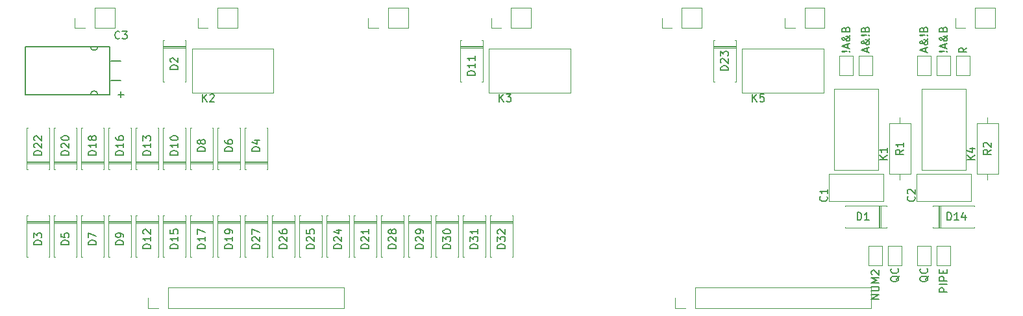
<source format=gto>
G04 #@! TF.FileFunction,Legend,Top*
%FSLAX46Y46*%
G04 Gerber Fmt 4.6, Leading zero omitted, Abs format (unit mm)*
G04 Created by KiCad (PCBNEW 4.0.4+e1-6308~48~ubuntu16.04.1-stable) date Mon Jan 22 22:00:05 2018*
%MOMM*%
%LPD*%
G01*
G04 APERTURE LIST*
%ADD10C,0.100000*%
%ADD11C,0.150000*%
%ADD12C,0.120000*%
%ADD13C,0.200000*%
%ADD14C,0.030000*%
G04 APERTURE END LIST*
D10*
D11*
X222702381Y-139374381D02*
X221702381Y-139374381D01*
X221702381Y-138993428D01*
X221750000Y-138898190D01*
X221797619Y-138850571D01*
X221892857Y-138802952D01*
X222035714Y-138802952D01*
X222130952Y-138850571D01*
X222178571Y-138898190D01*
X222226190Y-138993428D01*
X222226190Y-139374381D01*
X222702381Y-138374381D02*
X221702381Y-138374381D01*
X222702381Y-137898191D02*
X221702381Y-137898191D01*
X221702381Y-137517238D01*
X221750000Y-137422000D01*
X221797619Y-137374381D01*
X221892857Y-137326762D01*
X222035714Y-137326762D01*
X222130952Y-137374381D01*
X222178571Y-137422000D01*
X222226190Y-137517238D01*
X222226190Y-137898191D01*
X222178571Y-136898191D02*
X222178571Y-136564857D01*
X222702381Y-136422000D02*
X222702381Y-136898191D01*
X221702381Y-136898191D01*
X221702381Y-136422000D01*
X220257619Y-137279047D02*
X220210000Y-137374285D01*
X220114762Y-137469523D01*
X219971905Y-137612380D01*
X219924286Y-137707619D01*
X219924286Y-137802857D01*
X220162381Y-137755238D02*
X220114762Y-137850476D01*
X220019524Y-137945714D01*
X219829048Y-137993333D01*
X219495714Y-137993333D01*
X219305238Y-137945714D01*
X219210000Y-137850476D01*
X219162381Y-137755238D01*
X219162381Y-137564761D01*
X219210000Y-137469523D01*
X219305238Y-137374285D01*
X219495714Y-137326666D01*
X219829048Y-137326666D01*
X220019524Y-137374285D01*
X220114762Y-137469523D01*
X220162381Y-137564761D01*
X220162381Y-137755238D01*
X220067143Y-136326666D02*
X220114762Y-136374285D01*
X220162381Y-136517142D01*
X220162381Y-136612380D01*
X220114762Y-136755238D01*
X220019524Y-136850476D01*
X219924286Y-136898095D01*
X219733810Y-136945714D01*
X219590952Y-136945714D01*
X219400476Y-136898095D01*
X219305238Y-136850476D01*
X219210000Y-136755238D01*
X219162381Y-136612380D01*
X219162381Y-136517142D01*
X219210000Y-136374285D01*
X219257619Y-136326666D01*
X213812381Y-140287143D02*
X212812381Y-140287143D01*
X213812381Y-139715714D01*
X212812381Y-139715714D01*
X212812381Y-139239524D02*
X213621905Y-139239524D01*
X213717143Y-139191905D01*
X213764762Y-139144286D01*
X213812381Y-139049048D01*
X213812381Y-138858571D01*
X213764762Y-138763333D01*
X213717143Y-138715714D01*
X213621905Y-138668095D01*
X212812381Y-138668095D01*
X213812381Y-138191905D02*
X212812381Y-138191905D01*
X213526667Y-137858571D01*
X212812381Y-137525238D01*
X213812381Y-137525238D01*
X212907619Y-137096667D02*
X212860000Y-137049048D01*
X212812381Y-136953810D01*
X212812381Y-136715714D01*
X212860000Y-136620476D01*
X212907619Y-136572857D01*
X213002857Y-136525238D01*
X213098095Y-136525238D01*
X213240952Y-136572857D01*
X213812381Y-137144286D01*
X213812381Y-136525238D01*
X216447619Y-137279047D02*
X216400000Y-137374285D01*
X216304762Y-137469523D01*
X216161905Y-137612380D01*
X216114286Y-137707619D01*
X216114286Y-137802857D01*
X216352381Y-137755238D02*
X216304762Y-137850476D01*
X216209524Y-137945714D01*
X216019048Y-137993333D01*
X215685714Y-137993333D01*
X215495238Y-137945714D01*
X215400000Y-137850476D01*
X215352381Y-137755238D01*
X215352381Y-137564761D01*
X215400000Y-137469523D01*
X215495238Y-137374285D01*
X215685714Y-137326666D01*
X216019048Y-137326666D01*
X216209524Y-137374285D01*
X216304762Y-137469523D01*
X216352381Y-137564761D01*
X216352381Y-137755238D01*
X216257143Y-136326666D02*
X216304762Y-136374285D01*
X216352381Y-136517142D01*
X216352381Y-136612380D01*
X216304762Y-136755238D01*
X216209524Y-136850476D01*
X216114286Y-136898095D01*
X215923810Y-136945714D01*
X215780952Y-136945714D01*
X215590476Y-136898095D01*
X215495238Y-136850476D01*
X215400000Y-136755238D01*
X215352381Y-136612380D01*
X215352381Y-136517142D01*
X215400000Y-136374285D01*
X215447619Y-136326666D01*
X225242381Y-107513476D02*
X224766190Y-107846810D01*
X225242381Y-108084905D02*
X224242381Y-108084905D01*
X224242381Y-107703952D01*
X224290000Y-107608714D01*
X224337619Y-107561095D01*
X224432857Y-107513476D01*
X224575714Y-107513476D01*
X224670952Y-107561095D01*
X224718571Y-107608714D01*
X224766190Y-107703952D01*
X224766190Y-108084905D01*
X222607143Y-107973619D02*
X222654762Y-107926000D01*
X222702381Y-107973619D01*
X222654762Y-108021238D01*
X222607143Y-107973619D01*
X222702381Y-107973619D01*
X222321429Y-107973619D02*
X221750000Y-108021238D01*
X221702381Y-107973619D01*
X221750000Y-107926000D01*
X222321429Y-107973619D01*
X221702381Y-107973619D01*
X222416667Y-107545048D02*
X222416667Y-107068857D01*
X222702381Y-107640286D02*
X221702381Y-107306953D01*
X222702381Y-106973619D01*
X222702381Y-105830762D02*
X222702381Y-105878381D01*
X222654762Y-105973619D01*
X222511905Y-106116476D01*
X222226190Y-106354571D01*
X222083333Y-106449810D01*
X221940476Y-106497429D01*
X221845238Y-106497429D01*
X221750000Y-106449810D01*
X221702381Y-106354571D01*
X221702381Y-106306952D01*
X221750000Y-106211714D01*
X221845238Y-106164095D01*
X221892857Y-106164095D01*
X221988095Y-106211714D01*
X222035714Y-106259333D01*
X222226190Y-106545048D01*
X222273810Y-106592667D01*
X222369048Y-106640286D01*
X222511905Y-106640286D01*
X222607143Y-106592667D01*
X222654762Y-106545048D01*
X222702381Y-106449810D01*
X222702381Y-106306952D01*
X222654762Y-106211714D01*
X222607143Y-106164095D01*
X222416667Y-106021238D01*
X222273810Y-105973619D01*
X222178571Y-105973619D01*
X222178571Y-105068857D02*
X222226190Y-104926000D01*
X222273810Y-104878381D01*
X222369048Y-104830762D01*
X222511905Y-104830762D01*
X222607143Y-104878381D01*
X222654762Y-104926000D01*
X222702381Y-105021238D01*
X222702381Y-105402191D01*
X221702381Y-105402191D01*
X221702381Y-105068857D01*
X221750000Y-104973619D01*
X221797619Y-104926000D01*
X221892857Y-104878381D01*
X221988095Y-104878381D01*
X222083333Y-104926000D01*
X222130952Y-104973619D01*
X222178571Y-105068857D01*
X222178571Y-105402191D01*
X219876667Y-108021238D02*
X219876667Y-107545047D01*
X220162381Y-108116476D02*
X219162381Y-107783143D01*
X220162381Y-107449809D01*
X220162381Y-106306952D02*
X220162381Y-106354571D01*
X220114762Y-106449809D01*
X219971905Y-106592666D01*
X219686190Y-106830761D01*
X219543333Y-106926000D01*
X219400476Y-106973619D01*
X219305238Y-106973619D01*
X219210000Y-106926000D01*
X219162381Y-106830761D01*
X219162381Y-106783142D01*
X219210000Y-106687904D01*
X219305238Y-106640285D01*
X219352857Y-106640285D01*
X219448095Y-106687904D01*
X219495714Y-106735523D01*
X219686190Y-107021238D01*
X219733810Y-107068857D01*
X219829048Y-107116476D01*
X219971905Y-107116476D01*
X220067143Y-107068857D01*
X220114762Y-107021238D01*
X220162381Y-106926000D01*
X220162381Y-106783142D01*
X220114762Y-106687904D01*
X220067143Y-106640285D01*
X219876667Y-106497428D01*
X219733810Y-106449809D01*
X219638571Y-106449809D01*
X220067143Y-105878381D02*
X220114762Y-105830762D01*
X220162381Y-105878381D01*
X220114762Y-105926000D01*
X220067143Y-105878381D01*
X220162381Y-105878381D01*
X219781429Y-105878381D02*
X219210000Y-105926000D01*
X219162381Y-105878381D01*
X219210000Y-105830762D01*
X219781429Y-105878381D01*
X219162381Y-105878381D01*
X219638571Y-105068857D02*
X219686190Y-104926000D01*
X219733810Y-104878381D01*
X219829048Y-104830762D01*
X219971905Y-104830762D01*
X220067143Y-104878381D01*
X220114762Y-104926000D01*
X220162381Y-105021238D01*
X220162381Y-105402191D01*
X219162381Y-105402191D01*
X219162381Y-105068857D01*
X219210000Y-104973619D01*
X219257619Y-104926000D01*
X219352857Y-104878381D01*
X219448095Y-104878381D01*
X219543333Y-104926000D01*
X219590952Y-104973619D01*
X219638571Y-105068857D01*
X219638571Y-105402191D01*
X209907143Y-107973619D02*
X209954762Y-107926000D01*
X210002381Y-107973619D01*
X209954762Y-108021238D01*
X209907143Y-107973619D01*
X210002381Y-107973619D01*
X209621429Y-107973619D02*
X209050000Y-108021238D01*
X209002381Y-107973619D01*
X209050000Y-107926000D01*
X209621429Y-107973619D01*
X209002381Y-107973619D01*
X209716667Y-107545048D02*
X209716667Y-107068857D01*
X210002381Y-107640286D02*
X209002381Y-107306953D01*
X210002381Y-106973619D01*
X210002381Y-105830762D02*
X210002381Y-105878381D01*
X209954762Y-105973619D01*
X209811905Y-106116476D01*
X209526190Y-106354571D01*
X209383333Y-106449810D01*
X209240476Y-106497429D01*
X209145238Y-106497429D01*
X209050000Y-106449810D01*
X209002381Y-106354571D01*
X209002381Y-106306952D01*
X209050000Y-106211714D01*
X209145238Y-106164095D01*
X209192857Y-106164095D01*
X209288095Y-106211714D01*
X209335714Y-106259333D01*
X209526190Y-106545048D01*
X209573810Y-106592667D01*
X209669048Y-106640286D01*
X209811905Y-106640286D01*
X209907143Y-106592667D01*
X209954762Y-106545048D01*
X210002381Y-106449810D01*
X210002381Y-106306952D01*
X209954762Y-106211714D01*
X209907143Y-106164095D01*
X209716667Y-106021238D01*
X209573810Y-105973619D01*
X209478571Y-105973619D01*
X209478571Y-105068857D02*
X209526190Y-104926000D01*
X209573810Y-104878381D01*
X209669048Y-104830762D01*
X209811905Y-104830762D01*
X209907143Y-104878381D01*
X209954762Y-104926000D01*
X210002381Y-105021238D01*
X210002381Y-105402191D01*
X209002381Y-105402191D01*
X209002381Y-105068857D01*
X209050000Y-104973619D01*
X209097619Y-104926000D01*
X209192857Y-104878381D01*
X209288095Y-104878381D01*
X209383333Y-104926000D01*
X209430952Y-104973619D01*
X209478571Y-105068857D01*
X209478571Y-105402191D01*
X212256667Y-108021238D02*
X212256667Y-107545047D01*
X212542381Y-108116476D02*
X211542381Y-107783143D01*
X212542381Y-107449809D01*
X212542381Y-106306952D02*
X212542381Y-106354571D01*
X212494762Y-106449809D01*
X212351905Y-106592666D01*
X212066190Y-106830761D01*
X211923333Y-106926000D01*
X211780476Y-106973619D01*
X211685238Y-106973619D01*
X211590000Y-106926000D01*
X211542381Y-106830761D01*
X211542381Y-106783142D01*
X211590000Y-106687904D01*
X211685238Y-106640285D01*
X211732857Y-106640285D01*
X211828095Y-106687904D01*
X211875714Y-106735523D01*
X212066190Y-107021238D01*
X212113810Y-107068857D01*
X212209048Y-107116476D01*
X212351905Y-107116476D01*
X212447143Y-107068857D01*
X212494762Y-107021238D01*
X212542381Y-106926000D01*
X212542381Y-106783142D01*
X212494762Y-106687904D01*
X212447143Y-106640285D01*
X212256667Y-106497428D01*
X212113810Y-106449809D01*
X212018571Y-106449809D01*
X212447143Y-105878381D02*
X212494762Y-105830762D01*
X212542381Y-105878381D01*
X212494762Y-105926000D01*
X212447143Y-105878381D01*
X212542381Y-105878381D01*
X212161429Y-105878381D02*
X211590000Y-105926000D01*
X211542381Y-105878381D01*
X211590000Y-105830762D01*
X212161429Y-105878381D01*
X211542381Y-105878381D01*
X212018571Y-105068857D02*
X212066190Y-104926000D01*
X212113810Y-104878381D01*
X212209048Y-104830762D01*
X212351905Y-104830762D01*
X212447143Y-104878381D01*
X212494762Y-104926000D01*
X212542381Y-105021238D01*
X212542381Y-105402191D01*
X211542381Y-105402191D01*
X211542381Y-105068857D01*
X211590000Y-104973619D01*
X211637619Y-104926000D01*
X211732857Y-104878381D01*
X211828095Y-104878381D01*
X211923333Y-104926000D01*
X211970952Y-104973619D01*
X212018571Y-105068857D01*
X212018571Y-105402191D01*
D12*
X217905000Y-117380000D02*
X215165000Y-117380000D01*
X215165000Y-117380000D02*
X215165000Y-123920000D01*
X215165000Y-123920000D02*
X217905000Y-123920000D01*
X217905000Y-123920000D02*
X217905000Y-117380000D01*
X216535000Y-116610000D02*
X216535000Y-117380000D01*
X216535000Y-124690000D02*
X216535000Y-123920000D01*
X144010000Y-141460000D02*
X144010000Y-138800000D01*
X121090000Y-141460000D02*
X144010000Y-141460000D01*
X121090000Y-138800000D02*
X144010000Y-138800000D01*
X121090000Y-141460000D02*
X121090000Y-138800000D01*
X119820000Y-141460000D02*
X118490000Y-141460000D01*
X118490000Y-141460000D02*
X118490000Y-140130000D01*
X212760000Y-141460000D02*
X212760000Y-138800000D01*
X189840000Y-141460000D02*
X212760000Y-141460000D01*
X189840000Y-138800000D02*
X212760000Y-138800000D01*
X189840000Y-141460000D02*
X189840000Y-138800000D01*
X188570000Y-141460000D02*
X187240000Y-141460000D01*
X187240000Y-141460000D02*
X187240000Y-140130000D01*
X216790000Y-135890000D02*
X216790000Y-133350000D01*
X215010000Y-133350000D02*
X215010000Y-135890000D01*
X215010000Y-133350000D02*
X216790000Y-133350000D01*
X216790000Y-135890000D02*
X215010000Y-135890000D01*
X212980000Y-111125000D02*
X212980000Y-108585000D01*
X211200000Y-108585000D02*
X211200000Y-111125000D01*
X211200000Y-108585000D02*
X212980000Y-108585000D01*
X212980000Y-111125000D02*
X211200000Y-111125000D01*
X214250000Y-135890000D02*
X214250000Y-133350000D01*
X212470000Y-133350000D02*
X212470000Y-135890000D01*
X212470000Y-133350000D02*
X214250000Y-133350000D01*
X214250000Y-135890000D02*
X212470000Y-135890000D01*
X210440000Y-111125000D02*
X210440000Y-108585000D01*
X208660000Y-108585000D02*
X208660000Y-111125000D01*
X208660000Y-108585000D02*
X210440000Y-108585000D01*
X210440000Y-111125000D02*
X208660000Y-111125000D01*
X220600000Y-135890000D02*
X220600000Y-133350000D01*
X218820000Y-133350000D02*
X218820000Y-135890000D01*
X218820000Y-133350000D02*
X220600000Y-133350000D01*
X220600000Y-135890000D02*
X218820000Y-135890000D01*
X220600000Y-111125000D02*
X220600000Y-108585000D01*
X218820000Y-108585000D02*
X218820000Y-111125000D01*
X218820000Y-108585000D02*
X220600000Y-108585000D01*
X220600000Y-111125000D02*
X218820000Y-111125000D01*
X223140000Y-135890000D02*
X223140000Y-133350000D01*
X221360000Y-133350000D02*
X221360000Y-135890000D01*
X221360000Y-133350000D02*
X223140000Y-133350000D01*
X223140000Y-135890000D02*
X221360000Y-135890000D01*
X223140000Y-111125000D02*
X223140000Y-108585000D01*
X221360000Y-108585000D02*
X221360000Y-111125000D01*
X221360000Y-108585000D02*
X223140000Y-108585000D01*
X223140000Y-111125000D02*
X221360000Y-111125000D01*
X225680000Y-111125000D02*
X225680000Y-108585000D01*
X223900000Y-108585000D02*
X223900000Y-111125000D01*
X223900000Y-108585000D02*
X225680000Y-108585000D01*
X225680000Y-111125000D02*
X223900000Y-111125000D01*
X229335000Y-117380000D02*
X226595000Y-117380000D01*
X226595000Y-117380000D02*
X226595000Y-123920000D01*
X226595000Y-123920000D02*
X229335000Y-123920000D01*
X229335000Y-123920000D02*
X229335000Y-117380000D01*
X227965000Y-116610000D02*
X227965000Y-117380000D01*
X227965000Y-124690000D02*
X227965000Y-123920000D01*
X214420000Y-127540000D02*
X207300000Y-127540000D01*
X214420000Y-123920000D02*
X207300000Y-123920000D01*
X214420000Y-127540000D02*
X214420000Y-123920000D01*
X207300000Y-127540000D02*
X207300000Y-123920000D01*
X225850000Y-127540000D02*
X218730000Y-127540000D01*
X225850000Y-123920000D02*
X218730000Y-123920000D01*
X225850000Y-127540000D02*
X225850000Y-123920000D01*
X218730000Y-127540000D02*
X218730000Y-123920000D01*
X114120000Y-104950000D02*
X114120000Y-102290000D01*
X111520000Y-104950000D02*
X114120000Y-104950000D01*
X111520000Y-102290000D02*
X114120000Y-102290000D01*
X111520000Y-104950000D02*
X111520000Y-102290000D01*
X110250000Y-104950000D02*
X108920000Y-104950000D01*
X108920000Y-104950000D02*
X108920000Y-103620000D01*
X130150000Y-104950000D02*
X130150000Y-102290000D01*
X127550000Y-104950000D02*
X130150000Y-104950000D01*
X127550000Y-102290000D02*
X130150000Y-102290000D01*
X127550000Y-104950000D02*
X127550000Y-102290000D01*
X126280000Y-104950000D02*
X124950000Y-104950000D01*
X124950000Y-104950000D02*
X124950000Y-103620000D01*
X168430000Y-104950000D02*
X168430000Y-102290000D01*
X165830000Y-104950000D02*
X168430000Y-104950000D01*
X165830000Y-102290000D02*
X168430000Y-102290000D01*
X165830000Y-104950000D02*
X165830000Y-102290000D01*
X164560000Y-104950000D02*
X163230000Y-104950000D01*
X163230000Y-104950000D02*
X163230000Y-103620000D01*
X206710000Y-104950000D02*
X206710000Y-102290000D01*
X204110000Y-104950000D02*
X206710000Y-104950000D01*
X204110000Y-102290000D02*
X206710000Y-102290000D01*
X204110000Y-104950000D02*
X204110000Y-102290000D01*
X202840000Y-104950000D02*
X201510000Y-104950000D01*
X201510000Y-104950000D02*
X201510000Y-103620000D01*
X152400000Y-104950000D02*
X152400000Y-102290000D01*
X149800000Y-104950000D02*
X152400000Y-104950000D01*
X149800000Y-102290000D02*
X152400000Y-102290000D01*
X149800000Y-104950000D02*
X149800000Y-102290000D01*
X148530000Y-104950000D02*
X147200000Y-104950000D01*
X147200000Y-104950000D02*
X147200000Y-103620000D01*
X190680000Y-104950000D02*
X190680000Y-102290000D01*
X188080000Y-104950000D02*
X190680000Y-104950000D01*
X188080000Y-102290000D02*
X190680000Y-102290000D01*
X188080000Y-104950000D02*
X188080000Y-102290000D01*
X186810000Y-104950000D02*
X185480000Y-104950000D01*
X185480000Y-104950000D02*
X185480000Y-103620000D01*
X228960000Y-104950000D02*
X228960000Y-102290000D01*
X226360000Y-104950000D02*
X228960000Y-104950000D01*
X226360000Y-102290000D02*
X228960000Y-102290000D01*
X226360000Y-104950000D02*
X226360000Y-102290000D01*
X225090000Y-104950000D02*
X223760000Y-104950000D01*
X223760000Y-104950000D02*
X223760000Y-103620000D01*
X214810000Y-130880000D02*
X214810000Y-131010000D01*
X214810000Y-131010000D02*
X209370000Y-131010000D01*
X209370000Y-131010000D02*
X209370000Y-130880000D01*
X214810000Y-128200000D02*
X214810000Y-128070000D01*
X214810000Y-128070000D02*
X209370000Y-128070000D01*
X209370000Y-128070000D02*
X209370000Y-128200000D01*
X213910000Y-131010000D02*
X213910000Y-128070000D01*
X213790000Y-131010000D02*
X213790000Y-128070000D01*
X214030000Y-131010000D02*
X214030000Y-128070000D01*
X123260000Y-106500000D02*
X123390000Y-106500000D01*
X123390000Y-106500000D02*
X123390000Y-111940000D01*
X123390000Y-111940000D02*
X123260000Y-111940000D01*
X120580000Y-106500000D02*
X120450000Y-106500000D01*
X120450000Y-106500000D02*
X120450000Y-111940000D01*
X120450000Y-111940000D02*
X120580000Y-111940000D01*
X123390000Y-107400000D02*
X120450000Y-107400000D01*
X123390000Y-107520000D02*
X120450000Y-107520000D01*
X123390000Y-107280000D02*
X120450000Y-107280000D01*
X105480000Y-129360000D02*
X105610000Y-129360000D01*
X105610000Y-129360000D02*
X105610000Y-134800000D01*
X105610000Y-134800000D02*
X105480000Y-134800000D01*
X102800000Y-129360000D02*
X102670000Y-129360000D01*
X102670000Y-129360000D02*
X102670000Y-134800000D01*
X102670000Y-134800000D02*
X102800000Y-134800000D01*
X105610000Y-130260000D02*
X102670000Y-130260000D01*
X105610000Y-130380000D02*
X102670000Y-130380000D01*
X105610000Y-130140000D02*
X102670000Y-130140000D01*
X131248000Y-123370000D02*
X131118000Y-123370000D01*
X131118000Y-123370000D02*
X131118000Y-117930000D01*
X131118000Y-117930000D02*
X131248000Y-117930000D01*
X133928000Y-123370000D02*
X134058000Y-123370000D01*
X134058000Y-123370000D02*
X134058000Y-117930000D01*
X134058000Y-117930000D02*
X133928000Y-117930000D01*
X131118000Y-122470000D02*
X134058000Y-122470000D01*
X131118000Y-122350000D02*
X134058000Y-122350000D01*
X131118000Y-122590000D02*
X134058000Y-122590000D01*
X109036000Y-129360000D02*
X109166000Y-129360000D01*
X109166000Y-129360000D02*
X109166000Y-134800000D01*
X109166000Y-134800000D02*
X109036000Y-134800000D01*
X106356000Y-129360000D02*
X106226000Y-129360000D01*
X106226000Y-129360000D02*
X106226000Y-134800000D01*
X106226000Y-134800000D02*
X106356000Y-134800000D01*
X109166000Y-130260000D02*
X106226000Y-130260000D01*
X109166000Y-130380000D02*
X106226000Y-130380000D01*
X109166000Y-130140000D02*
X106226000Y-130140000D01*
X127692000Y-123370000D02*
X127562000Y-123370000D01*
X127562000Y-123370000D02*
X127562000Y-117930000D01*
X127562000Y-117930000D02*
X127692000Y-117930000D01*
X130372000Y-123370000D02*
X130502000Y-123370000D01*
X130502000Y-123370000D02*
X130502000Y-117930000D01*
X130502000Y-117930000D02*
X130372000Y-117930000D01*
X127562000Y-122470000D02*
X130502000Y-122470000D01*
X127562000Y-122350000D02*
X130502000Y-122350000D01*
X127562000Y-122590000D02*
X130502000Y-122590000D01*
X112592000Y-129360000D02*
X112722000Y-129360000D01*
X112722000Y-129360000D02*
X112722000Y-134800000D01*
X112722000Y-134800000D02*
X112592000Y-134800000D01*
X109912000Y-129360000D02*
X109782000Y-129360000D01*
X109782000Y-129360000D02*
X109782000Y-134800000D01*
X109782000Y-134800000D02*
X109912000Y-134800000D01*
X112722000Y-130260000D02*
X109782000Y-130260000D01*
X112722000Y-130380000D02*
X109782000Y-130380000D01*
X112722000Y-130140000D02*
X109782000Y-130140000D01*
X124136000Y-123370000D02*
X124006000Y-123370000D01*
X124006000Y-123370000D02*
X124006000Y-117930000D01*
X124006000Y-117930000D02*
X124136000Y-117930000D01*
X126816000Y-123370000D02*
X126946000Y-123370000D01*
X126946000Y-123370000D02*
X126946000Y-117930000D01*
X126946000Y-117930000D02*
X126816000Y-117930000D01*
X124006000Y-122470000D02*
X126946000Y-122470000D01*
X124006000Y-122350000D02*
X126946000Y-122350000D01*
X124006000Y-122590000D02*
X126946000Y-122590000D01*
X116148000Y-129360000D02*
X116278000Y-129360000D01*
X116278000Y-129360000D02*
X116278000Y-134800000D01*
X116278000Y-134800000D02*
X116148000Y-134800000D01*
X113468000Y-129360000D02*
X113338000Y-129360000D01*
X113338000Y-129360000D02*
X113338000Y-134800000D01*
X113338000Y-134800000D02*
X113468000Y-134800000D01*
X116278000Y-130260000D02*
X113338000Y-130260000D01*
X116278000Y-130380000D02*
X113338000Y-130380000D01*
X116278000Y-130140000D02*
X113338000Y-130140000D01*
X120580000Y-123370000D02*
X120450000Y-123370000D01*
X120450000Y-123370000D02*
X120450000Y-117930000D01*
X120450000Y-117930000D02*
X120580000Y-117930000D01*
X123260000Y-123370000D02*
X123390000Y-123370000D01*
X123390000Y-123370000D02*
X123390000Y-117930000D01*
X123390000Y-117930000D02*
X123260000Y-117930000D01*
X120450000Y-122470000D02*
X123390000Y-122470000D01*
X120450000Y-122350000D02*
X123390000Y-122350000D01*
X120450000Y-122590000D02*
X123390000Y-122590000D01*
X161995000Y-106500000D02*
X162125000Y-106500000D01*
X162125000Y-106500000D02*
X162125000Y-111940000D01*
X162125000Y-111940000D02*
X161995000Y-111940000D01*
X159315000Y-106500000D02*
X159185000Y-106500000D01*
X159185000Y-106500000D02*
X159185000Y-111940000D01*
X159185000Y-111940000D02*
X159315000Y-111940000D01*
X162125000Y-107400000D02*
X159185000Y-107400000D01*
X162125000Y-107520000D02*
X159185000Y-107520000D01*
X162125000Y-107280000D02*
X159185000Y-107280000D01*
X119704000Y-129360000D02*
X119834000Y-129360000D01*
X119834000Y-129360000D02*
X119834000Y-134800000D01*
X119834000Y-134800000D02*
X119704000Y-134800000D01*
X117024000Y-129360000D02*
X116894000Y-129360000D01*
X116894000Y-129360000D02*
X116894000Y-134800000D01*
X116894000Y-134800000D02*
X117024000Y-134800000D01*
X119834000Y-130260000D02*
X116894000Y-130260000D01*
X119834000Y-130380000D02*
X116894000Y-130380000D01*
X119834000Y-130140000D02*
X116894000Y-130140000D01*
X117024000Y-123370000D02*
X116894000Y-123370000D01*
X116894000Y-123370000D02*
X116894000Y-117930000D01*
X116894000Y-117930000D02*
X117024000Y-117930000D01*
X119704000Y-123370000D02*
X119834000Y-123370000D01*
X119834000Y-123370000D02*
X119834000Y-117930000D01*
X119834000Y-117930000D02*
X119704000Y-117930000D01*
X116894000Y-122470000D02*
X119834000Y-122470000D01*
X116894000Y-122350000D02*
X119834000Y-122350000D01*
X116894000Y-122590000D02*
X119834000Y-122590000D01*
X220800000Y-128200000D02*
X220800000Y-128070000D01*
X220800000Y-128070000D02*
X226240000Y-128070000D01*
X226240000Y-128070000D02*
X226240000Y-128200000D01*
X220800000Y-130880000D02*
X220800000Y-131010000D01*
X220800000Y-131010000D02*
X226240000Y-131010000D01*
X226240000Y-131010000D02*
X226240000Y-130880000D01*
X221700000Y-128070000D02*
X221700000Y-131010000D01*
X221820000Y-128070000D02*
X221820000Y-131010000D01*
X221580000Y-128070000D02*
X221580000Y-131010000D01*
X123260000Y-129360000D02*
X123390000Y-129360000D01*
X123390000Y-129360000D02*
X123390000Y-134800000D01*
X123390000Y-134800000D02*
X123260000Y-134800000D01*
X120580000Y-129360000D02*
X120450000Y-129360000D01*
X120450000Y-129360000D02*
X120450000Y-134800000D01*
X120450000Y-134800000D02*
X120580000Y-134800000D01*
X123390000Y-130260000D02*
X120450000Y-130260000D01*
X123390000Y-130380000D02*
X120450000Y-130380000D01*
X123390000Y-130140000D02*
X120450000Y-130140000D01*
X113468000Y-123370000D02*
X113338000Y-123370000D01*
X113338000Y-123370000D02*
X113338000Y-117930000D01*
X113338000Y-117930000D02*
X113468000Y-117930000D01*
X116148000Y-123370000D02*
X116278000Y-123370000D01*
X116278000Y-123370000D02*
X116278000Y-117930000D01*
X116278000Y-117930000D02*
X116148000Y-117930000D01*
X113338000Y-122470000D02*
X116278000Y-122470000D01*
X113338000Y-122350000D02*
X116278000Y-122350000D01*
X113338000Y-122590000D02*
X116278000Y-122590000D01*
X126816000Y-129360000D02*
X126946000Y-129360000D01*
X126946000Y-129360000D02*
X126946000Y-134800000D01*
X126946000Y-134800000D02*
X126816000Y-134800000D01*
X124136000Y-129360000D02*
X124006000Y-129360000D01*
X124006000Y-129360000D02*
X124006000Y-134800000D01*
X124006000Y-134800000D02*
X124136000Y-134800000D01*
X126946000Y-130260000D02*
X124006000Y-130260000D01*
X126946000Y-130380000D02*
X124006000Y-130380000D01*
X126946000Y-130140000D02*
X124006000Y-130140000D01*
X109912000Y-123370000D02*
X109782000Y-123370000D01*
X109782000Y-123370000D02*
X109782000Y-117930000D01*
X109782000Y-117930000D02*
X109912000Y-117930000D01*
X112592000Y-123370000D02*
X112722000Y-123370000D01*
X112722000Y-123370000D02*
X112722000Y-117930000D01*
X112722000Y-117930000D02*
X112592000Y-117930000D01*
X109782000Y-122470000D02*
X112722000Y-122470000D01*
X109782000Y-122350000D02*
X112722000Y-122350000D01*
X109782000Y-122590000D02*
X112722000Y-122590000D01*
X130372000Y-129360000D02*
X130502000Y-129360000D01*
X130502000Y-129360000D02*
X130502000Y-134800000D01*
X130502000Y-134800000D02*
X130372000Y-134800000D01*
X127692000Y-129360000D02*
X127562000Y-129360000D01*
X127562000Y-129360000D02*
X127562000Y-134800000D01*
X127562000Y-134800000D02*
X127692000Y-134800000D01*
X130502000Y-130260000D02*
X127562000Y-130260000D01*
X130502000Y-130380000D02*
X127562000Y-130380000D01*
X130502000Y-130140000D02*
X127562000Y-130140000D01*
X106356000Y-123370000D02*
X106226000Y-123370000D01*
X106226000Y-123370000D02*
X106226000Y-117930000D01*
X106226000Y-117930000D02*
X106356000Y-117930000D01*
X109036000Y-123370000D02*
X109166000Y-123370000D01*
X109166000Y-123370000D02*
X109166000Y-117930000D01*
X109166000Y-117930000D02*
X109036000Y-117930000D01*
X106226000Y-122470000D02*
X109166000Y-122470000D01*
X106226000Y-122350000D02*
X109166000Y-122350000D01*
X106226000Y-122590000D02*
X109166000Y-122590000D01*
X148152000Y-129360000D02*
X148282000Y-129360000D01*
X148282000Y-129360000D02*
X148282000Y-134800000D01*
X148282000Y-134800000D02*
X148152000Y-134800000D01*
X145472000Y-129360000D02*
X145342000Y-129360000D01*
X145342000Y-129360000D02*
X145342000Y-134800000D01*
X145342000Y-134800000D02*
X145472000Y-134800000D01*
X148282000Y-130260000D02*
X145342000Y-130260000D01*
X148282000Y-130380000D02*
X145342000Y-130380000D01*
X148282000Y-130140000D02*
X145342000Y-130140000D01*
X102800000Y-123370000D02*
X102670000Y-123370000D01*
X102670000Y-123370000D02*
X102670000Y-117930000D01*
X102670000Y-117930000D02*
X102800000Y-117930000D01*
X105480000Y-123370000D02*
X105610000Y-123370000D01*
X105610000Y-123370000D02*
X105610000Y-117930000D01*
X105610000Y-117930000D02*
X105480000Y-117930000D01*
X102670000Y-122470000D02*
X105610000Y-122470000D01*
X102670000Y-122350000D02*
X105610000Y-122350000D01*
X102670000Y-122590000D02*
X105610000Y-122590000D01*
X195015000Y-106500000D02*
X195145000Y-106500000D01*
X195145000Y-106500000D02*
X195145000Y-111940000D01*
X195145000Y-111940000D02*
X195015000Y-111940000D01*
X192335000Y-106500000D02*
X192205000Y-106500000D01*
X192205000Y-106500000D02*
X192205000Y-111940000D01*
X192205000Y-111940000D02*
X192335000Y-111940000D01*
X195145000Y-107400000D02*
X192205000Y-107400000D01*
X195145000Y-107520000D02*
X192205000Y-107520000D01*
X195145000Y-107280000D02*
X192205000Y-107280000D01*
X144596000Y-129360000D02*
X144726000Y-129360000D01*
X144726000Y-129360000D02*
X144726000Y-134800000D01*
X144726000Y-134800000D02*
X144596000Y-134800000D01*
X141916000Y-129360000D02*
X141786000Y-129360000D01*
X141786000Y-129360000D02*
X141786000Y-134800000D01*
X141786000Y-134800000D02*
X141916000Y-134800000D01*
X144726000Y-130260000D02*
X141786000Y-130260000D01*
X144726000Y-130380000D02*
X141786000Y-130380000D01*
X144726000Y-130140000D02*
X141786000Y-130140000D01*
X141040000Y-129360000D02*
X141170000Y-129360000D01*
X141170000Y-129360000D02*
X141170000Y-134800000D01*
X141170000Y-134800000D02*
X141040000Y-134800000D01*
X138360000Y-129360000D02*
X138230000Y-129360000D01*
X138230000Y-129360000D02*
X138230000Y-134800000D01*
X138230000Y-134800000D02*
X138360000Y-134800000D01*
X141170000Y-130260000D02*
X138230000Y-130260000D01*
X141170000Y-130380000D02*
X138230000Y-130380000D01*
X141170000Y-130140000D02*
X138230000Y-130140000D01*
X137484000Y-129360000D02*
X137614000Y-129360000D01*
X137614000Y-129360000D02*
X137614000Y-134800000D01*
X137614000Y-134800000D02*
X137484000Y-134800000D01*
X134804000Y-129360000D02*
X134674000Y-129360000D01*
X134674000Y-129360000D02*
X134674000Y-134800000D01*
X134674000Y-134800000D02*
X134804000Y-134800000D01*
X137614000Y-130260000D02*
X134674000Y-130260000D01*
X137614000Y-130380000D02*
X134674000Y-130380000D01*
X137614000Y-130140000D02*
X134674000Y-130140000D01*
X133928000Y-129360000D02*
X134058000Y-129360000D01*
X134058000Y-129360000D02*
X134058000Y-134800000D01*
X134058000Y-134800000D02*
X133928000Y-134800000D01*
X131248000Y-129360000D02*
X131118000Y-129360000D01*
X131118000Y-129360000D02*
X131118000Y-134800000D01*
X131118000Y-134800000D02*
X131248000Y-134800000D01*
X134058000Y-130260000D02*
X131118000Y-130260000D01*
X134058000Y-130380000D02*
X131118000Y-130380000D01*
X134058000Y-130140000D02*
X131118000Y-130140000D01*
X151708000Y-129360000D02*
X151838000Y-129360000D01*
X151838000Y-129360000D02*
X151838000Y-134800000D01*
X151838000Y-134800000D02*
X151708000Y-134800000D01*
X149028000Y-129360000D02*
X148898000Y-129360000D01*
X148898000Y-129360000D02*
X148898000Y-134800000D01*
X148898000Y-134800000D02*
X149028000Y-134800000D01*
X151838000Y-130260000D02*
X148898000Y-130260000D01*
X151838000Y-130380000D02*
X148898000Y-130380000D01*
X151838000Y-130140000D02*
X148898000Y-130140000D01*
X155264000Y-129360000D02*
X155394000Y-129360000D01*
X155394000Y-129360000D02*
X155394000Y-134800000D01*
X155394000Y-134800000D02*
X155264000Y-134800000D01*
X152584000Y-129360000D02*
X152454000Y-129360000D01*
X152454000Y-129360000D02*
X152454000Y-134800000D01*
X152454000Y-134800000D02*
X152584000Y-134800000D01*
X155394000Y-130260000D02*
X152454000Y-130260000D01*
X155394000Y-130380000D02*
X152454000Y-130380000D01*
X155394000Y-130140000D02*
X152454000Y-130140000D01*
X158820000Y-129360000D02*
X158950000Y-129360000D01*
X158950000Y-129360000D02*
X158950000Y-134800000D01*
X158950000Y-134800000D02*
X158820000Y-134800000D01*
X156140000Y-129360000D02*
X156010000Y-129360000D01*
X156010000Y-129360000D02*
X156010000Y-134800000D01*
X156010000Y-134800000D02*
X156140000Y-134800000D01*
X158950000Y-130260000D02*
X156010000Y-130260000D01*
X158950000Y-130380000D02*
X156010000Y-130380000D01*
X158950000Y-130140000D02*
X156010000Y-130140000D01*
X162376000Y-129360000D02*
X162506000Y-129360000D01*
X162506000Y-129360000D02*
X162506000Y-134800000D01*
X162506000Y-134800000D02*
X162376000Y-134800000D01*
X159696000Y-129360000D02*
X159566000Y-129360000D01*
X159566000Y-129360000D02*
X159566000Y-134800000D01*
X159566000Y-134800000D02*
X159696000Y-134800000D01*
X162506000Y-130260000D02*
X159566000Y-130260000D01*
X162506000Y-130380000D02*
X159566000Y-130380000D01*
X162506000Y-130140000D02*
X159566000Y-130140000D01*
X165932000Y-129360000D02*
X166062000Y-129360000D01*
X166062000Y-129360000D02*
X166062000Y-134800000D01*
X166062000Y-134800000D02*
X165932000Y-134800000D01*
X163252000Y-129360000D02*
X163122000Y-129360000D01*
X163122000Y-129360000D02*
X163122000Y-134800000D01*
X163122000Y-134800000D02*
X163252000Y-134800000D01*
X166062000Y-130260000D02*
X163122000Y-130260000D01*
X166062000Y-130380000D02*
X163122000Y-130380000D01*
X166062000Y-130140000D02*
X163122000Y-130140000D01*
D13*
X114935000Y-109220000D02*
X113665000Y-109220000D01*
X114935000Y-111760000D02*
X113665000Y-111760000D01*
X110935000Y-107340000D02*
G75*
G03X111935000Y-107340000I500000J0D01*
G01*
X111935000Y-113640000D02*
G75*
G03X110935000Y-113640000I-500000J0D01*
G01*
X113435000Y-113640000D02*
X102435000Y-113640000D01*
X102435000Y-113640000D02*
X102435000Y-107340000D01*
X102435000Y-107340000D02*
X113435000Y-107340000D01*
X113435000Y-107340000D02*
X113435000Y-113640000D01*
D14*
X206560000Y-113340000D02*
X206560000Y-107640000D01*
X206560000Y-107640000D02*
X195960000Y-107640000D01*
X195960000Y-107640000D02*
X195960000Y-113340000D01*
X195960000Y-113340000D02*
X206560000Y-113340000D01*
X225100000Y-112845000D02*
X219400000Y-112845000D01*
X219400000Y-112845000D02*
X219400000Y-123445000D01*
X219400000Y-123445000D02*
X225100000Y-123445000D01*
X225100000Y-123445000D02*
X225100000Y-112845000D01*
X134805000Y-113340000D02*
X134805000Y-107640000D01*
X134805000Y-107640000D02*
X124205000Y-107640000D01*
X124205000Y-107640000D02*
X124205000Y-113340000D01*
X124205000Y-113340000D02*
X134805000Y-113340000D01*
X213670000Y-112845000D02*
X207970000Y-112845000D01*
X207970000Y-112845000D02*
X207970000Y-123445000D01*
X207970000Y-123445000D02*
X213670000Y-123445000D01*
X213670000Y-123445000D02*
X213670000Y-112845000D01*
X173540000Y-113340000D02*
X173540000Y-107640000D01*
X173540000Y-107640000D02*
X162940000Y-107640000D01*
X162940000Y-107640000D02*
X162940000Y-113340000D01*
X162940000Y-113340000D02*
X173540000Y-113340000D01*
D11*
X216987381Y-120816666D02*
X216511190Y-121150000D01*
X216987381Y-121388095D02*
X215987381Y-121388095D01*
X215987381Y-121007142D01*
X216035000Y-120911904D01*
X216082619Y-120864285D01*
X216177857Y-120816666D01*
X216320714Y-120816666D01*
X216415952Y-120864285D01*
X216463571Y-120911904D01*
X216511190Y-121007142D01*
X216511190Y-121388095D01*
X216987381Y-119864285D02*
X216987381Y-120435714D01*
X216987381Y-120150000D02*
X215987381Y-120150000D01*
X216130238Y-120245238D01*
X216225476Y-120340476D01*
X216273095Y-120435714D01*
X228417381Y-120816666D02*
X227941190Y-121150000D01*
X228417381Y-121388095D02*
X227417381Y-121388095D01*
X227417381Y-121007142D01*
X227465000Y-120911904D01*
X227512619Y-120864285D01*
X227607857Y-120816666D01*
X227750714Y-120816666D01*
X227845952Y-120864285D01*
X227893571Y-120911904D01*
X227941190Y-121007142D01*
X227941190Y-121388095D01*
X227512619Y-120435714D02*
X227465000Y-120388095D01*
X227417381Y-120292857D01*
X227417381Y-120054761D01*
X227465000Y-119959523D01*
X227512619Y-119911904D01*
X227607857Y-119864285D01*
X227703095Y-119864285D01*
X227845952Y-119911904D01*
X228417381Y-120483333D01*
X228417381Y-119864285D01*
X206986143Y-126912666D02*
X207033762Y-126960285D01*
X207081381Y-127103142D01*
X207081381Y-127198380D01*
X207033762Y-127341238D01*
X206938524Y-127436476D01*
X206843286Y-127484095D01*
X206652810Y-127531714D01*
X206509952Y-127531714D01*
X206319476Y-127484095D01*
X206224238Y-127436476D01*
X206129000Y-127341238D01*
X206081381Y-127198380D01*
X206081381Y-127103142D01*
X206129000Y-126960285D01*
X206176619Y-126912666D01*
X207081381Y-125960285D02*
X207081381Y-126531714D01*
X207081381Y-126246000D02*
X206081381Y-126246000D01*
X206224238Y-126341238D01*
X206319476Y-126436476D01*
X206367095Y-126531714D01*
X218416143Y-126912666D02*
X218463762Y-126960285D01*
X218511381Y-127103142D01*
X218511381Y-127198380D01*
X218463762Y-127341238D01*
X218368524Y-127436476D01*
X218273286Y-127484095D01*
X218082810Y-127531714D01*
X217939952Y-127531714D01*
X217749476Y-127484095D01*
X217654238Y-127436476D01*
X217559000Y-127341238D01*
X217511381Y-127198380D01*
X217511381Y-127103142D01*
X217559000Y-126960285D01*
X217606619Y-126912666D01*
X217606619Y-126531714D02*
X217559000Y-126484095D01*
X217511381Y-126388857D01*
X217511381Y-126150761D01*
X217559000Y-126055523D01*
X217606619Y-126007904D01*
X217701857Y-125960285D01*
X217797095Y-125960285D01*
X217939952Y-126007904D01*
X218511381Y-126579333D01*
X218511381Y-125960285D01*
X210970905Y-129992381D02*
X210970905Y-128992381D01*
X211209000Y-128992381D01*
X211351858Y-129040000D01*
X211447096Y-129135238D01*
X211494715Y-129230476D01*
X211542334Y-129420952D01*
X211542334Y-129563810D01*
X211494715Y-129754286D01*
X211447096Y-129849524D01*
X211351858Y-129944762D01*
X211209000Y-129992381D01*
X210970905Y-129992381D01*
X212494715Y-129992381D02*
X211923286Y-129992381D01*
X212209000Y-129992381D02*
X212209000Y-128992381D01*
X212113762Y-129135238D01*
X212018524Y-129230476D01*
X211923286Y-129278095D01*
X122372381Y-110339095D02*
X121372381Y-110339095D01*
X121372381Y-110101000D01*
X121420000Y-109958142D01*
X121515238Y-109862904D01*
X121610476Y-109815285D01*
X121800952Y-109767666D01*
X121943810Y-109767666D01*
X122134286Y-109815285D01*
X122229524Y-109862904D01*
X122324762Y-109958142D01*
X122372381Y-110101000D01*
X122372381Y-110339095D01*
X121467619Y-109386714D02*
X121420000Y-109339095D01*
X121372381Y-109243857D01*
X121372381Y-109005761D01*
X121420000Y-108910523D01*
X121467619Y-108862904D01*
X121562857Y-108815285D01*
X121658095Y-108815285D01*
X121800952Y-108862904D01*
X122372381Y-109434333D01*
X122372381Y-108815285D01*
X104592381Y-133199095D02*
X103592381Y-133199095D01*
X103592381Y-132961000D01*
X103640000Y-132818142D01*
X103735238Y-132722904D01*
X103830476Y-132675285D01*
X104020952Y-132627666D01*
X104163810Y-132627666D01*
X104354286Y-132675285D01*
X104449524Y-132722904D01*
X104544762Y-132818142D01*
X104592381Y-132961000D01*
X104592381Y-133199095D01*
X103592381Y-132294333D02*
X103592381Y-131675285D01*
X103973333Y-132008619D01*
X103973333Y-131865761D01*
X104020952Y-131770523D01*
X104068571Y-131722904D01*
X104163810Y-131675285D01*
X104401905Y-131675285D01*
X104497143Y-131722904D01*
X104544762Y-131770523D01*
X104592381Y-131865761D01*
X104592381Y-132151476D01*
X104544762Y-132246714D01*
X104497143Y-132294333D01*
X133040381Y-121007095D02*
X132040381Y-121007095D01*
X132040381Y-120769000D01*
X132088000Y-120626142D01*
X132183238Y-120530904D01*
X132278476Y-120483285D01*
X132468952Y-120435666D01*
X132611810Y-120435666D01*
X132802286Y-120483285D01*
X132897524Y-120530904D01*
X132992762Y-120626142D01*
X133040381Y-120769000D01*
X133040381Y-121007095D01*
X132373714Y-119578523D02*
X133040381Y-119578523D01*
X131992762Y-119816619D02*
X132707048Y-120054714D01*
X132707048Y-119435666D01*
X108148381Y-133199095D02*
X107148381Y-133199095D01*
X107148381Y-132961000D01*
X107196000Y-132818142D01*
X107291238Y-132722904D01*
X107386476Y-132675285D01*
X107576952Y-132627666D01*
X107719810Y-132627666D01*
X107910286Y-132675285D01*
X108005524Y-132722904D01*
X108100762Y-132818142D01*
X108148381Y-132961000D01*
X108148381Y-133199095D01*
X107148381Y-131722904D02*
X107148381Y-132199095D01*
X107624571Y-132246714D01*
X107576952Y-132199095D01*
X107529333Y-132103857D01*
X107529333Y-131865761D01*
X107576952Y-131770523D01*
X107624571Y-131722904D01*
X107719810Y-131675285D01*
X107957905Y-131675285D01*
X108053143Y-131722904D01*
X108100762Y-131770523D01*
X108148381Y-131865761D01*
X108148381Y-132103857D01*
X108100762Y-132199095D01*
X108053143Y-132246714D01*
X129484381Y-121007095D02*
X128484381Y-121007095D01*
X128484381Y-120769000D01*
X128532000Y-120626142D01*
X128627238Y-120530904D01*
X128722476Y-120483285D01*
X128912952Y-120435666D01*
X129055810Y-120435666D01*
X129246286Y-120483285D01*
X129341524Y-120530904D01*
X129436762Y-120626142D01*
X129484381Y-120769000D01*
X129484381Y-121007095D01*
X128484381Y-119578523D02*
X128484381Y-119769000D01*
X128532000Y-119864238D01*
X128579619Y-119911857D01*
X128722476Y-120007095D01*
X128912952Y-120054714D01*
X129293905Y-120054714D01*
X129389143Y-120007095D01*
X129436762Y-119959476D01*
X129484381Y-119864238D01*
X129484381Y-119673761D01*
X129436762Y-119578523D01*
X129389143Y-119530904D01*
X129293905Y-119483285D01*
X129055810Y-119483285D01*
X128960571Y-119530904D01*
X128912952Y-119578523D01*
X128865333Y-119673761D01*
X128865333Y-119864238D01*
X128912952Y-119959476D01*
X128960571Y-120007095D01*
X129055810Y-120054714D01*
X111704381Y-133199095D02*
X110704381Y-133199095D01*
X110704381Y-132961000D01*
X110752000Y-132818142D01*
X110847238Y-132722904D01*
X110942476Y-132675285D01*
X111132952Y-132627666D01*
X111275810Y-132627666D01*
X111466286Y-132675285D01*
X111561524Y-132722904D01*
X111656762Y-132818142D01*
X111704381Y-132961000D01*
X111704381Y-133199095D01*
X110704381Y-132294333D02*
X110704381Y-131627666D01*
X111704381Y-132056238D01*
X125928381Y-121007095D02*
X124928381Y-121007095D01*
X124928381Y-120769000D01*
X124976000Y-120626142D01*
X125071238Y-120530904D01*
X125166476Y-120483285D01*
X125356952Y-120435666D01*
X125499810Y-120435666D01*
X125690286Y-120483285D01*
X125785524Y-120530904D01*
X125880762Y-120626142D01*
X125928381Y-120769000D01*
X125928381Y-121007095D01*
X125356952Y-119864238D02*
X125309333Y-119959476D01*
X125261714Y-120007095D01*
X125166476Y-120054714D01*
X125118857Y-120054714D01*
X125023619Y-120007095D01*
X124976000Y-119959476D01*
X124928381Y-119864238D01*
X124928381Y-119673761D01*
X124976000Y-119578523D01*
X125023619Y-119530904D01*
X125118857Y-119483285D01*
X125166476Y-119483285D01*
X125261714Y-119530904D01*
X125309333Y-119578523D01*
X125356952Y-119673761D01*
X125356952Y-119864238D01*
X125404571Y-119959476D01*
X125452190Y-120007095D01*
X125547429Y-120054714D01*
X125737905Y-120054714D01*
X125833143Y-120007095D01*
X125880762Y-119959476D01*
X125928381Y-119864238D01*
X125928381Y-119673761D01*
X125880762Y-119578523D01*
X125833143Y-119530904D01*
X125737905Y-119483285D01*
X125547429Y-119483285D01*
X125452190Y-119530904D01*
X125404571Y-119578523D01*
X125356952Y-119673761D01*
X115260381Y-133199095D02*
X114260381Y-133199095D01*
X114260381Y-132961000D01*
X114308000Y-132818142D01*
X114403238Y-132722904D01*
X114498476Y-132675285D01*
X114688952Y-132627666D01*
X114831810Y-132627666D01*
X115022286Y-132675285D01*
X115117524Y-132722904D01*
X115212762Y-132818142D01*
X115260381Y-132961000D01*
X115260381Y-133199095D01*
X115260381Y-132151476D02*
X115260381Y-131961000D01*
X115212762Y-131865761D01*
X115165143Y-131818142D01*
X115022286Y-131722904D01*
X114831810Y-131675285D01*
X114450857Y-131675285D01*
X114355619Y-131722904D01*
X114308000Y-131770523D01*
X114260381Y-131865761D01*
X114260381Y-132056238D01*
X114308000Y-132151476D01*
X114355619Y-132199095D01*
X114450857Y-132246714D01*
X114688952Y-132246714D01*
X114784190Y-132199095D01*
X114831810Y-132151476D01*
X114879429Y-132056238D01*
X114879429Y-131865761D01*
X114831810Y-131770523D01*
X114784190Y-131722904D01*
X114688952Y-131675285D01*
X122372381Y-121483286D02*
X121372381Y-121483286D01*
X121372381Y-121245191D01*
X121420000Y-121102333D01*
X121515238Y-121007095D01*
X121610476Y-120959476D01*
X121800952Y-120911857D01*
X121943810Y-120911857D01*
X122134286Y-120959476D01*
X122229524Y-121007095D01*
X122324762Y-121102333D01*
X122372381Y-121245191D01*
X122372381Y-121483286D01*
X122372381Y-119959476D02*
X122372381Y-120530905D01*
X122372381Y-120245191D02*
X121372381Y-120245191D01*
X121515238Y-120340429D01*
X121610476Y-120435667D01*
X121658095Y-120530905D01*
X121372381Y-119340429D02*
X121372381Y-119245190D01*
X121420000Y-119149952D01*
X121467619Y-119102333D01*
X121562857Y-119054714D01*
X121753333Y-119007095D01*
X121991429Y-119007095D01*
X122181905Y-119054714D01*
X122277143Y-119102333D01*
X122324762Y-119149952D01*
X122372381Y-119245190D01*
X122372381Y-119340429D01*
X122324762Y-119435667D01*
X122277143Y-119483286D01*
X122181905Y-119530905D01*
X121991429Y-119578524D01*
X121753333Y-119578524D01*
X121562857Y-119530905D01*
X121467619Y-119483286D01*
X121420000Y-119435667D01*
X121372381Y-119340429D01*
X161107381Y-111069286D02*
X160107381Y-111069286D01*
X160107381Y-110831191D01*
X160155000Y-110688333D01*
X160250238Y-110593095D01*
X160345476Y-110545476D01*
X160535952Y-110497857D01*
X160678810Y-110497857D01*
X160869286Y-110545476D01*
X160964524Y-110593095D01*
X161059762Y-110688333D01*
X161107381Y-110831191D01*
X161107381Y-111069286D01*
X161107381Y-109545476D02*
X161107381Y-110116905D01*
X161107381Y-109831191D02*
X160107381Y-109831191D01*
X160250238Y-109926429D01*
X160345476Y-110021667D01*
X160393095Y-110116905D01*
X161107381Y-108593095D02*
X161107381Y-109164524D01*
X161107381Y-108878810D02*
X160107381Y-108878810D01*
X160250238Y-108974048D01*
X160345476Y-109069286D01*
X160393095Y-109164524D01*
X118816381Y-133675286D02*
X117816381Y-133675286D01*
X117816381Y-133437191D01*
X117864000Y-133294333D01*
X117959238Y-133199095D01*
X118054476Y-133151476D01*
X118244952Y-133103857D01*
X118387810Y-133103857D01*
X118578286Y-133151476D01*
X118673524Y-133199095D01*
X118768762Y-133294333D01*
X118816381Y-133437191D01*
X118816381Y-133675286D01*
X118816381Y-132151476D02*
X118816381Y-132722905D01*
X118816381Y-132437191D02*
X117816381Y-132437191D01*
X117959238Y-132532429D01*
X118054476Y-132627667D01*
X118102095Y-132722905D01*
X117911619Y-131770524D02*
X117864000Y-131722905D01*
X117816381Y-131627667D01*
X117816381Y-131389571D01*
X117864000Y-131294333D01*
X117911619Y-131246714D01*
X118006857Y-131199095D01*
X118102095Y-131199095D01*
X118244952Y-131246714D01*
X118816381Y-131818143D01*
X118816381Y-131199095D01*
X118816381Y-121483286D02*
X117816381Y-121483286D01*
X117816381Y-121245191D01*
X117864000Y-121102333D01*
X117959238Y-121007095D01*
X118054476Y-120959476D01*
X118244952Y-120911857D01*
X118387810Y-120911857D01*
X118578286Y-120959476D01*
X118673524Y-121007095D01*
X118768762Y-121102333D01*
X118816381Y-121245191D01*
X118816381Y-121483286D01*
X118816381Y-119959476D02*
X118816381Y-120530905D01*
X118816381Y-120245191D02*
X117816381Y-120245191D01*
X117959238Y-120340429D01*
X118054476Y-120435667D01*
X118102095Y-120530905D01*
X117816381Y-119626143D02*
X117816381Y-119007095D01*
X118197333Y-119340429D01*
X118197333Y-119197571D01*
X118244952Y-119102333D01*
X118292571Y-119054714D01*
X118387810Y-119007095D01*
X118625905Y-119007095D01*
X118721143Y-119054714D01*
X118768762Y-119102333D01*
X118816381Y-119197571D01*
X118816381Y-119483286D01*
X118768762Y-119578524D01*
X118721143Y-119626143D01*
X222686714Y-129992381D02*
X222686714Y-128992381D01*
X222924809Y-128992381D01*
X223067667Y-129040000D01*
X223162905Y-129135238D01*
X223210524Y-129230476D01*
X223258143Y-129420952D01*
X223258143Y-129563810D01*
X223210524Y-129754286D01*
X223162905Y-129849524D01*
X223067667Y-129944762D01*
X222924809Y-129992381D01*
X222686714Y-129992381D01*
X224210524Y-129992381D02*
X223639095Y-129992381D01*
X223924809Y-129992381D02*
X223924809Y-128992381D01*
X223829571Y-129135238D01*
X223734333Y-129230476D01*
X223639095Y-129278095D01*
X225067667Y-129325714D02*
X225067667Y-129992381D01*
X224829571Y-128944762D02*
X224591476Y-129659048D01*
X225210524Y-129659048D01*
X122372381Y-133675286D02*
X121372381Y-133675286D01*
X121372381Y-133437191D01*
X121420000Y-133294333D01*
X121515238Y-133199095D01*
X121610476Y-133151476D01*
X121800952Y-133103857D01*
X121943810Y-133103857D01*
X122134286Y-133151476D01*
X122229524Y-133199095D01*
X122324762Y-133294333D01*
X122372381Y-133437191D01*
X122372381Y-133675286D01*
X122372381Y-132151476D02*
X122372381Y-132722905D01*
X122372381Y-132437191D02*
X121372381Y-132437191D01*
X121515238Y-132532429D01*
X121610476Y-132627667D01*
X121658095Y-132722905D01*
X121372381Y-131246714D02*
X121372381Y-131722905D01*
X121848571Y-131770524D01*
X121800952Y-131722905D01*
X121753333Y-131627667D01*
X121753333Y-131389571D01*
X121800952Y-131294333D01*
X121848571Y-131246714D01*
X121943810Y-131199095D01*
X122181905Y-131199095D01*
X122277143Y-131246714D01*
X122324762Y-131294333D01*
X122372381Y-131389571D01*
X122372381Y-131627667D01*
X122324762Y-131722905D01*
X122277143Y-131770524D01*
X115260381Y-121483286D02*
X114260381Y-121483286D01*
X114260381Y-121245191D01*
X114308000Y-121102333D01*
X114403238Y-121007095D01*
X114498476Y-120959476D01*
X114688952Y-120911857D01*
X114831810Y-120911857D01*
X115022286Y-120959476D01*
X115117524Y-121007095D01*
X115212762Y-121102333D01*
X115260381Y-121245191D01*
X115260381Y-121483286D01*
X115260381Y-119959476D02*
X115260381Y-120530905D01*
X115260381Y-120245191D02*
X114260381Y-120245191D01*
X114403238Y-120340429D01*
X114498476Y-120435667D01*
X114546095Y-120530905D01*
X114260381Y-119102333D02*
X114260381Y-119292810D01*
X114308000Y-119388048D01*
X114355619Y-119435667D01*
X114498476Y-119530905D01*
X114688952Y-119578524D01*
X115069905Y-119578524D01*
X115165143Y-119530905D01*
X115212762Y-119483286D01*
X115260381Y-119388048D01*
X115260381Y-119197571D01*
X115212762Y-119102333D01*
X115165143Y-119054714D01*
X115069905Y-119007095D01*
X114831810Y-119007095D01*
X114736571Y-119054714D01*
X114688952Y-119102333D01*
X114641333Y-119197571D01*
X114641333Y-119388048D01*
X114688952Y-119483286D01*
X114736571Y-119530905D01*
X114831810Y-119578524D01*
X125928381Y-133675286D02*
X124928381Y-133675286D01*
X124928381Y-133437191D01*
X124976000Y-133294333D01*
X125071238Y-133199095D01*
X125166476Y-133151476D01*
X125356952Y-133103857D01*
X125499810Y-133103857D01*
X125690286Y-133151476D01*
X125785524Y-133199095D01*
X125880762Y-133294333D01*
X125928381Y-133437191D01*
X125928381Y-133675286D01*
X125928381Y-132151476D02*
X125928381Y-132722905D01*
X125928381Y-132437191D02*
X124928381Y-132437191D01*
X125071238Y-132532429D01*
X125166476Y-132627667D01*
X125214095Y-132722905D01*
X124928381Y-131818143D02*
X124928381Y-131151476D01*
X125928381Y-131580048D01*
X111704381Y-121483286D02*
X110704381Y-121483286D01*
X110704381Y-121245191D01*
X110752000Y-121102333D01*
X110847238Y-121007095D01*
X110942476Y-120959476D01*
X111132952Y-120911857D01*
X111275810Y-120911857D01*
X111466286Y-120959476D01*
X111561524Y-121007095D01*
X111656762Y-121102333D01*
X111704381Y-121245191D01*
X111704381Y-121483286D01*
X111704381Y-119959476D02*
X111704381Y-120530905D01*
X111704381Y-120245191D02*
X110704381Y-120245191D01*
X110847238Y-120340429D01*
X110942476Y-120435667D01*
X110990095Y-120530905D01*
X111132952Y-119388048D02*
X111085333Y-119483286D01*
X111037714Y-119530905D01*
X110942476Y-119578524D01*
X110894857Y-119578524D01*
X110799619Y-119530905D01*
X110752000Y-119483286D01*
X110704381Y-119388048D01*
X110704381Y-119197571D01*
X110752000Y-119102333D01*
X110799619Y-119054714D01*
X110894857Y-119007095D01*
X110942476Y-119007095D01*
X111037714Y-119054714D01*
X111085333Y-119102333D01*
X111132952Y-119197571D01*
X111132952Y-119388048D01*
X111180571Y-119483286D01*
X111228190Y-119530905D01*
X111323429Y-119578524D01*
X111513905Y-119578524D01*
X111609143Y-119530905D01*
X111656762Y-119483286D01*
X111704381Y-119388048D01*
X111704381Y-119197571D01*
X111656762Y-119102333D01*
X111609143Y-119054714D01*
X111513905Y-119007095D01*
X111323429Y-119007095D01*
X111228190Y-119054714D01*
X111180571Y-119102333D01*
X111132952Y-119197571D01*
X129484381Y-133675286D02*
X128484381Y-133675286D01*
X128484381Y-133437191D01*
X128532000Y-133294333D01*
X128627238Y-133199095D01*
X128722476Y-133151476D01*
X128912952Y-133103857D01*
X129055810Y-133103857D01*
X129246286Y-133151476D01*
X129341524Y-133199095D01*
X129436762Y-133294333D01*
X129484381Y-133437191D01*
X129484381Y-133675286D01*
X129484381Y-132151476D02*
X129484381Y-132722905D01*
X129484381Y-132437191D02*
X128484381Y-132437191D01*
X128627238Y-132532429D01*
X128722476Y-132627667D01*
X128770095Y-132722905D01*
X129484381Y-131675286D02*
X129484381Y-131484810D01*
X129436762Y-131389571D01*
X129389143Y-131341952D01*
X129246286Y-131246714D01*
X129055810Y-131199095D01*
X128674857Y-131199095D01*
X128579619Y-131246714D01*
X128532000Y-131294333D01*
X128484381Y-131389571D01*
X128484381Y-131580048D01*
X128532000Y-131675286D01*
X128579619Y-131722905D01*
X128674857Y-131770524D01*
X128912952Y-131770524D01*
X129008190Y-131722905D01*
X129055810Y-131675286D01*
X129103429Y-131580048D01*
X129103429Y-131389571D01*
X129055810Y-131294333D01*
X129008190Y-131246714D01*
X128912952Y-131199095D01*
X108148381Y-121483286D02*
X107148381Y-121483286D01*
X107148381Y-121245191D01*
X107196000Y-121102333D01*
X107291238Y-121007095D01*
X107386476Y-120959476D01*
X107576952Y-120911857D01*
X107719810Y-120911857D01*
X107910286Y-120959476D01*
X108005524Y-121007095D01*
X108100762Y-121102333D01*
X108148381Y-121245191D01*
X108148381Y-121483286D01*
X107243619Y-120530905D02*
X107196000Y-120483286D01*
X107148381Y-120388048D01*
X107148381Y-120149952D01*
X107196000Y-120054714D01*
X107243619Y-120007095D01*
X107338857Y-119959476D01*
X107434095Y-119959476D01*
X107576952Y-120007095D01*
X108148381Y-120578524D01*
X108148381Y-119959476D01*
X107148381Y-119340429D02*
X107148381Y-119245190D01*
X107196000Y-119149952D01*
X107243619Y-119102333D01*
X107338857Y-119054714D01*
X107529333Y-119007095D01*
X107767429Y-119007095D01*
X107957905Y-119054714D01*
X108053143Y-119102333D01*
X108100762Y-119149952D01*
X108148381Y-119245190D01*
X108148381Y-119340429D01*
X108100762Y-119435667D01*
X108053143Y-119483286D01*
X107957905Y-119530905D01*
X107767429Y-119578524D01*
X107529333Y-119578524D01*
X107338857Y-119530905D01*
X107243619Y-119483286D01*
X107196000Y-119435667D01*
X107148381Y-119340429D01*
X147264381Y-133675286D02*
X146264381Y-133675286D01*
X146264381Y-133437191D01*
X146312000Y-133294333D01*
X146407238Y-133199095D01*
X146502476Y-133151476D01*
X146692952Y-133103857D01*
X146835810Y-133103857D01*
X147026286Y-133151476D01*
X147121524Y-133199095D01*
X147216762Y-133294333D01*
X147264381Y-133437191D01*
X147264381Y-133675286D01*
X146359619Y-132722905D02*
X146312000Y-132675286D01*
X146264381Y-132580048D01*
X146264381Y-132341952D01*
X146312000Y-132246714D01*
X146359619Y-132199095D01*
X146454857Y-132151476D01*
X146550095Y-132151476D01*
X146692952Y-132199095D01*
X147264381Y-132770524D01*
X147264381Y-132151476D01*
X147264381Y-131199095D02*
X147264381Y-131770524D01*
X147264381Y-131484810D02*
X146264381Y-131484810D01*
X146407238Y-131580048D01*
X146502476Y-131675286D01*
X146550095Y-131770524D01*
X104592381Y-121483286D02*
X103592381Y-121483286D01*
X103592381Y-121245191D01*
X103640000Y-121102333D01*
X103735238Y-121007095D01*
X103830476Y-120959476D01*
X104020952Y-120911857D01*
X104163810Y-120911857D01*
X104354286Y-120959476D01*
X104449524Y-121007095D01*
X104544762Y-121102333D01*
X104592381Y-121245191D01*
X104592381Y-121483286D01*
X103687619Y-120530905D02*
X103640000Y-120483286D01*
X103592381Y-120388048D01*
X103592381Y-120149952D01*
X103640000Y-120054714D01*
X103687619Y-120007095D01*
X103782857Y-119959476D01*
X103878095Y-119959476D01*
X104020952Y-120007095D01*
X104592381Y-120578524D01*
X104592381Y-119959476D01*
X103687619Y-119578524D02*
X103640000Y-119530905D01*
X103592381Y-119435667D01*
X103592381Y-119197571D01*
X103640000Y-119102333D01*
X103687619Y-119054714D01*
X103782857Y-119007095D01*
X103878095Y-119007095D01*
X104020952Y-119054714D01*
X104592381Y-119626143D01*
X104592381Y-119007095D01*
X194127381Y-110434286D02*
X193127381Y-110434286D01*
X193127381Y-110196191D01*
X193175000Y-110053333D01*
X193270238Y-109958095D01*
X193365476Y-109910476D01*
X193555952Y-109862857D01*
X193698810Y-109862857D01*
X193889286Y-109910476D01*
X193984524Y-109958095D01*
X194079762Y-110053333D01*
X194127381Y-110196191D01*
X194127381Y-110434286D01*
X193222619Y-109481905D02*
X193175000Y-109434286D01*
X193127381Y-109339048D01*
X193127381Y-109100952D01*
X193175000Y-109005714D01*
X193222619Y-108958095D01*
X193317857Y-108910476D01*
X193413095Y-108910476D01*
X193555952Y-108958095D01*
X194127381Y-109529524D01*
X194127381Y-108910476D01*
X193127381Y-108577143D02*
X193127381Y-107958095D01*
X193508333Y-108291429D01*
X193508333Y-108148571D01*
X193555952Y-108053333D01*
X193603571Y-108005714D01*
X193698810Y-107958095D01*
X193936905Y-107958095D01*
X194032143Y-108005714D01*
X194079762Y-108053333D01*
X194127381Y-108148571D01*
X194127381Y-108434286D01*
X194079762Y-108529524D01*
X194032143Y-108577143D01*
X143708381Y-133675286D02*
X142708381Y-133675286D01*
X142708381Y-133437191D01*
X142756000Y-133294333D01*
X142851238Y-133199095D01*
X142946476Y-133151476D01*
X143136952Y-133103857D01*
X143279810Y-133103857D01*
X143470286Y-133151476D01*
X143565524Y-133199095D01*
X143660762Y-133294333D01*
X143708381Y-133437191D01*
X143708381Y-133675286D01*
X142803619Y-132722905D02*
X142756000Y-132675286D01*
X142708381Y-132580048D01*
X142708381Y-132341952D01*
X142756000Y-132246714D01*
X142803619Y-132199095D01*
X142898857Y-132151476D01*
X142994095Y-132151476D01*
X143136952Y-132199095D01*
X143708381Y-132770524D01*
X143708381Y-132151476D01*
X143041714Y-131294333D02*
X143708381Y-131294333D01*
X142660762Y-131532429D02*
X143375048Y-131770524D01*
X143375048Y-131151476D01*
X140152381Y-133675286D02*
X139152381Y-133675286D01*
X139152381Y-133437191D01*
X139200000Y-133294333D01*
X139295238Y-133199095D01*
X139390476Y-133151476D01*
X139580952Y-133103857D01*
X139723810Y-133103857D01*
X139914286Y-133151476D01*
X140009524Y-133199095D01*
X140104762Y-133294333D01*
X140152381Y-133437191D01*
X140152381Y-133675286D01*
X139247619Y-132722905D02*
X139200000Y-132675286D01*
X139152381Y-132580048D01*
X139152381Y-132341952D01*
X139200000Y-132246714D01*
X139247619Y-132199095D01*
X139342857Y-132151476D01*
X139438095Y-132151476D01*
X139580952Y-132199095D01*
X140152381Y-132770524D01*
X140152381Y-132151476D01*
X139152381Y-131246714D02*
X139152381Y-131722905D01*
X139628571Y-131770524D01*
X139580952Y-131722905D01*
X139533333Y-131627667D01*
X139533333Y-131389571D01*
X139580952Y-131294333D01*
X139628571Y-131246714D01*
X139723810Y-131199095D01*
X139961905Y-131199095D01*
X140057143Y-131246714D01*
X140104762Y-131294333D01*
X140152381Y-131389571D01*
X140152381Y-131627667D01*
X140104762Y-131722905D01*
X140057143Y-131770524D01*
X136596381Y-133675286D02*
X135596381Y-133675286D01*
X135596381Y-133437191D01*
X135644000Y-133294333D01*
X135739238Y-133199095D01*
X135834476Y-133151476D01*
X136024952Y-133103857D01*
X136167810Y-133103857D01*
X136358286Y-133151476D01*
X136453524Y-133199095D01*
X136548762Y-133294333D01*
X136596381Y-133437191D01*
X136596381Y-133675286D01*
X135691619Y-132722905D02*
X135644000Y-132675286D01*
X135596381Y-132580048D01*
X135596381Y-132341952D01*
X135644000Y-132246714D01*
X135691619Y-132199095D01*
X135786857Y-132151476D01*
X135882095Y-132151476D01*
X136024952Y-132199095D01*
X136596381Y-132770524D01*
X136596381Y-132151476D01*
X135596381Y-131294333D02*
X135596381Y-131484810D01*
X135644000Y-131580048D01*
X135691619Y-131627667D01*
X135834476Y-131722905D01*
X136024952Y-131770524D01*
X136405905Y-131770524D01*
X136501143Y-131722905D01*
X136548762Y-131675286D01*
X136596381Y-131580048D01*
X136596381Y-131389571D01*
X136548762Y-131294333D01*
X136501143Y-131246714D01*
X136405905Y-131199095D01*
X136167810Y-131199095D01*
X136072571Y-131246714D01*
X136024952Y-131294333D01*
X135977333Y-131389571D01*
X135977333Y-131580048D01*
X136024952Y-131675286D01*
X136072571Y-131722905D01*
X136167810Y-131770524D01*
X133040381Y-133675286D02*
X132040381Y-133675286D01*
X132040381Y-133437191D01*
X132088000Y-133294333D01*
X132183238Y-133199095D01*
X132278476Y-133151476D01*
X132468952Y-133103857D01*
X132611810Y-133103857D01*
X132802286Y-133151476D01*
X132897524Y-133199095D01*
X132992762Y-133294333D01*
X133040381Y-133437191D01*
X133040381Y-133675286D01*
X132135619Y-132722905D02*
X132088000Y-132675286D01*
X132040381Y-132580048D01*
X132040381Y-132341952D01*
X132088000Y-132246714D01*
X132135619Y-132199095D01*
X132230857Y-132151476D01*
X132326095Y-132151476D01*
X132468952Y-132199095D01*
X133040381Y-132770524D01*
X133040381Y-132151476D01*
X132040381Y-131818143D02*
X132040381Y-131151476D01*
X133040381Y-131580048D01*
X150820381Y-133675286D02*
X149820381Y-133675286D01*
X149820381Y-133437191D01*
X149868000Y-133294333D01*
X149963238Y-133199095D01*
X150058476Y-133151476D01*
X150248952Y-133103857D01*
X150391810Y-133103857D01*
X150582286Y-133151476D01*
X150677524Y-133199095D01*
X150772762Y-133294333D01*
X150820381Y-133437191D01*
X150820381Y-133675286D01*
X149915619Y-132722905D02*
X149868000Y-132675286D01*
X149820381Y-132580048D01*
X149820381Y-132341952D01*
X149868000Y-132246714D01*
X149915619Y-132199095D01*
X150010857Y-132151476D01*
X150106095Y-132151476D01*
X150248952Y-132199095D01*
X150820381Y-132770524D01*
X150820381Y-132151476D01*
X150248952Y-131580048D02*
X150201333Y-131675286D01*
X150153714Y-131722905D01*
X150058476Y-131770524D01*
X150010857Y-131770524D01*
X149915619Y-131722905D01*
X149868000Y-131675286D01*
X149820381Y-131580048D01*
X149820381Y-131389571D01*
X149868000Y-131294333D01*
X149915619Y-131246714D01*
X150010857Y-131199095D01*
X150058476Y-131199095D01*
X150153714Y-131246714D01*
X150201333Y-131294333D01*
X150248952Y-131389571D01*
X150248952Y-131580048D01*
X150296571Y-131675286D01*
X150344190Y-131722905D01*
X150439429Y-131770524D01*
X150629905Y-131770524D01*
X150725143Y-131722905D01*
X150772762Y-131675286D01*
X150820381Y-131580048D01*
X150820381Y-131389571D01*
X150772762Y-131294333D01*
X150725143Y-131246714D01*
X150629905Y-131199095D01*
X150439429Y-131199095D01*
X150344190Y-131246714D01*
X150296571Y-131294333D01*
X150248952Y-131389571D01*
X154376381Y-133675286D02*
X153376381Y-133675286D01*
X153376381Y-133437191D01*
X153424000Y-133294333D01*
X153519238Y-133199095D01*
X153614476Y-133151476D01*
X153804952Y-133103857D01*
X153947810Y-133103857D01*
X154138286Y-133151476D01*
X154233524Y-133199095D01*
X154328762Y-133294333D01*
X154376381Y-133437191D01*
X154376381Y-133675286D01*
X153471619Y-132722905D02*
X153424000Y-132675286D01*
X153376381Y-132580048D01*
X153376381Y-132341952D01*
X153424000Y-132246714D01*
X153471619Y-132199095D01*
X153566857Y-132151476D01*
X153662095Y-132151476D01*
X153804952Y-132199095D01*
X154376381Y-132770524D01*
X154376381Y-132151476D01*
X154376381Y-131675286D02*
X154376381Y-131484810D01*
X154328762Y-131389571D01*
X154281143Y-131341952D01*
X154138286Y-131246714D01*
X153947810Y-131199095D01*
X153566857Y-131199095D01*
X153471619Y-131246714D01*
X153424000Y-131294333D01*
X153376381Y-131389571D01*
X153376381Y-131580048D01*
X153424000Y-131675286D01*
X153471619Y-131722905D01*
X153566857Y-131770524D01*
X153804952Y-131770524D01*
X153900190Y-131722905D01*
X153947810Y-131675286D01*
X153995429Y-131580048D01*
X153995429Y-131389571D01*
X153947810Y-131294333D01*
X153900190Y-131246714D01*
X153804952Y-131199095D01*
X157932381Y-133675286D02*
X156932381Y-133675286D01*
X156932381Y-133437191D01*
X156980000Y-133294333D01*
X157075238Y-133199095D01*
X157170476Y-133151476D01*
X157360952Y-133103857D01*
X157503810Y-133103857D01*
X157694286Y-133151476D01*
X157789524Y-133199095D01*
X157884762Y-133294333D01*
X157932381Y-133437191D01*
X157932381Y-133675286D01*
X156932381Y-132770524D02*
X156932381Y-132151476D01*
X157313333Y-132484810D01*
X157313333Y-132341952D01*
X157360952Y-132246714D01*
X157408571Y-132199095D01*
X157503810Y-132151476D01*
X157741905Y-132151476D01*
X157837143Y-132199095D01*
X157884762Y-132246714D01*
X157932381Y-132341952D01*
X157932381Y-132627667D01*
X157884762Y-132722905D01*
X157837143Y-132770524D01*
X156932381Y-131532429D02*
X156932381Y-131437190D01*
X156980000Y-131341952D01*
X157027619Y-131294333D01*
X157122857Y-131246714D01*
X157313333Y-131199095D01*
X157551429Y-131199095D01*
X157741905Y-131246714D01*
X157837143Y-131294333D01*
X157884762Y-131341952D01*
X157932381Y-131437190D01*
X157932381Y-131532429D01*
X157884762Y-131627667D01*
X157837143Y-131675286D01*
X157741905Y-131722905D01*
X157551429Y-131770524D01*
X157313333Y-131770524D01*
X157122857Y-131722905D01*
X157027619Y-131675286D01*
X156980000Y-131627667D01*
X156932381Y-131532429D01*
X161488381Y-133675286D02*
X160488381Y-133675286D01*
X160488381Y-133437191D01*
X160536000Y-133294333D01*
X160631238Y-133199095D01*
X160726476Y-133151476D01*
X160916952Y-133103857D01*
X161059810Y-133103857D01*
X161250286Y-133151476D01*
X161345524Y-133199095D01*
X161440762Y-133294333D01*
X161488381Y-133437191D01*
X161488381Y-133675286D01*
X160488381Y-132770524D02*
X160488381Y-132151476D01*
X160869333Y-132484810D01*
X160869333Y-132341952D01*
X160916952Y-132246714D01*
X160964571Y-132199095D01*
X161059810Y-132151476D01*
X161297905Y-132151476D01*
X161393143Y-132199095D01*
X161440762Y-132246714D01*
X161488381Y-132341952D01*
X161488381Y-132627667D01*
X161440762Y-132722905D01*
X161393143Y-132770524D01*
X161488381Y-131199095D02*
X161488381Y-131770524D01*
X161488381Y-131484810D02*
X160488381Y-131484810D01*
X160631238Y-131580048D01*
X160726476Y-131675286D01*
X160774095Y-131770524D01*
X165044381Y-133675286D02*
X164044381Y-133675286D01*
X164044381Y-133437191D01*
X164092000Y-133294333D01*
X164187238Y-133199095D01*
X164282476Y-133151476D01*
X164472952Y-133103857D01*
X164615810Y-133103857D01*
X164806286Y-133151476D01*
X164901524Y-133199095D01*
X164996762Y-133294333D01*
X165044381Y-133437191D01*
X165044381Y-133675286D01*
X164044381Y-132770524D02*
X164044381Y-132151476D01*
X164425333Y-132484810D01*
X164425333Y-132341952D01*
X164472952Y-132246714D01*
X164520571Y-132199095D01*
X164615810Y-132151476D01*
X164853905Y-132151476D01*
X164949143Y-132199095D01*
X164996762Y-132246714D01*
X165044381Y-132341952D01*
X165044381Y-132627667D01*
X164996762Y-132722905D01*
X164949143Y-132770524D01*
X164139619Y-131770524D02*
X164092000Y-131722905D01*
X164044381Y-131627667D01*
X164044381Y-131389571D01*
X164092000Y-131294333D01*
X164139619Y-131246714D01*
X164234857Y-131199095D01*
X164330095Y-131199095D01*
X164472952Y-131246714D01*
X165044381Y-131818143D01*
X165044381Y-131199095D01*
X114768334Y-106247143D02*
X114720715Y-106294762D01*
X114577858Y-106342381D01*
X114482620Y-106342381D01*
X114339762Y-106294762D01*
X114244524Y-106199524D01*
X114196905Y-106104286D01*
X114149286Y-105913810D01*
X114149286Y-105770952D01*
X114196905Y-105580476D01*
X114244524Y-105485238D01*
X114339762Y-105390000D01*
X114482620Y-105342381D01*
X114577858Y-105342381D01*
X114720715Y-105390000D01*
X114768334Y-105437619D01*
X115101667Y-105342381D02*
X115720715Y-105342381D01*
X115387381Y-105723333D01*
X115530239Y-105723333D01*
X115625477Y-105770952D01*
X115673096Y-105818571D01*
X115720715Y-105913810D01*
X115720715Y-106151905D01*
X115673096Y-106247143D01*
X115625477Y-106294762D01*
X115530239Y-106342381D01*
X115244524Y-106342381D01*
X115149286Y-106294762D01*
X115101667Y-106247143D01*
X114554048Y-113609429D02*
X115315953Y-113609429D01*
X114935001Y-113990381D02*
X114935001Y-113228476D01*
X197321905Y-114542381D02*
X197321905Y-113542381D01*
X197893334Y-114542381D02*
X197464762Y-113970952D01*
X197893334Y-113542381D02*
X197321905Y-114113810D01*
X198798096Y-113542381D02*
X198321905Y-113542381D01*
X198274286Y-114018571D01*
X198321905Y-113970952D01*
X198417143Y-113923333D01*
X198655239Y-113923333D01*
X198750477Y-113970952D01*
X198798096Y-114018571D01*
X198845715Y-114113810D01*
X198845715Y-114351905D01*
X198798096Y-114447143D01*
X198750477Y-114494762D01*
X198655239Y-114542381D01*
X198417143Y-114542381D01*
X198321905Y-114494762D01*
X198274286Y-114447143D01*
X226302381Y-122083095D02*
X225302381Y-122083095D01*
X226302381Y-121511666D02*
X225730952Y-121940238D01*
X225302381Y-121511666D02*
X225873810Y-122083095D01*
X225635714Y-120654523D02*
X226302381Y-120654523D01*
X225254762Y-120892619D02*
X225969048Y-121130714D01*
X225969048Y-120511666D01*
X125566905Y-114542381D02*
X125566905Y-113542381D01*
X126138334Y-114542381D02*
X125709762Y-113970952D01*
X126138334Y-113542381D02*
X125566905Y-114113810D01*
X126519286Y-113637619D02*
X126566905Y-113590000D01*
X126662143Y-113542381D01*
X126900239Y-113542381D01*
X126995477Y-113590000D01*
X127043096Y-113637619D01*
X127090715Y-113732857D01*
X127090715Y-113828095D01*
X127043096Y-113970952D01*
X126471667Y-114542381D01*
X127090715Y-114542381D01*
X214872381Y-122083095D02*
X213872381Y-122083095D01*
X214872381Y-121511666D02*
X214300952Y-121940238D01*
X213872381Y-121511666D02*
X214443810Y-122083095D01*
X214872381Y-120559285D02*
X214872381Y-121130714D01*
X214872381Y-120845000D02*
X213872381Y-120845000D01*
X214015238Y-120940238D01*
X214110476Y-121035476D01*
X214158095Y-121130714D01*
X164301905Y-114542381D02*
X164301905Y-113542381D01*
X164873334Y-114542381D02*
X164444762Y-113970952D01*
X164873334Y-113542381D02*
X164301905Y-114113810D01*
X165206667Y-113542381D02*
X165825715Y-113542381D01*
X165492381Y-113923333D01*
X165635239Y-113923333D01*
X165730477Y-113970952D01*
X165778096Y-114018571D01*
X165825715Y-114113810D01*
X165825715Y-114351905D01*
X165778096Y-114447143D01*
X165730477Y-114494762D01*
X165635239Y-114542381D01*
X165349524Y-114542381D01*
X165254286Y-114494762D01*
X165206667Y-114447143D01*
M02*

</source>
